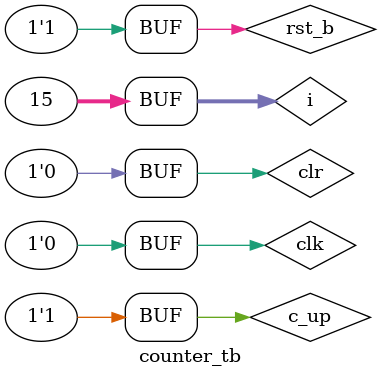
<source format=v>
module counter #(
  parameter latime = 4,
  parameter start = {latime{1'b0}}
)(
  input clk, rst_b, c_up, clr,
  output reg [latime-1:0] q
);

always @(posedge clk or negedge rst_b) begin
  if(!rst_b)
    q <= start;
  else if(clr)
    q <= start;
  else if(c_up)
    q <= q + 1; 
end

endmodule

module counter_tb;
  reg clk, rst_b, c_up, clr;
  wire [7:0] q;
  
  counter #(
    .latime(8),
    .start(8'hff)
  ) cut (
    .clk(clk),
    .rst_b(rst_b),
    .c_up(c_up),
    .clr(clr),
    .q(q)
  );
  
  initial begin
    clk = 0;
    rst_b = 0;
    c_up = 1;
    clr = 0;
  end
  
  integer i;
  initial begin
    for(i = 1; i <= 14; i=i+1) begin
      #50; clk = ~clk;
    end
  end
  
  initial begin
    #5; rst_b = 1;
  end
  
  initial begin
    #425; c_up = 0;
    #100; c_up = 1;
  end
  
  initial begin
    #225; clr = 1;
    #100; clr = 0;
  end
  
endmodule
</source>
